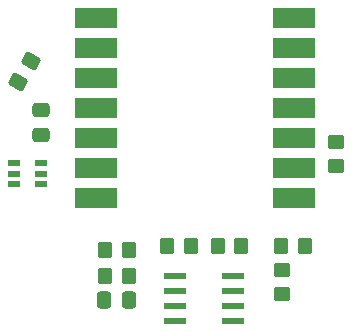
<source format=gbr>
%TF.GenerationSoftware,KiCad,Pcbnew,7.0.9*%
%TF.CreationDate,2024-04-20T20:01:19-07:00*%
%TF.ProjectId,mini_v1,6d696e69-5f76-4312-9e6b-696361645f70,rev?*%
%TF.SameCoordinates,Original*%
%TF.FileFunction,Paste,Bot*%
%TF.FilePolarity,Positive*%
%FSLAX46Y46*%
G04 Gerber Fmt 4.6, Leading zero omitted, Abs format (unit mm)*
G04 Created by KiCad (PCBNEW 7.0.9) date 2024-04-20 20:01:19*
%MOMM*%
%LPD*%
G01*
G04 APERTURE LIST*
G04 Aperture macros list*
%AMRoundRect*
0 Rectangle with rounded corners*
0 $1 Rounding radius*
0 $2 $3 $4 $5 $6 $7 $8 $9 X,Y pos of 4 corners*
0 Add a 4 corners polygon primitive as box body*
4,1,4,$2,$3,$4,$5,$6,$7,$8,$9,$2,$3,0*
0 Add four circle primitives for the rounded corners*
1,1,$1+$1,$2,$3*
1,1,$1+$1,$4,$5*
1,1,$1+$1,$6,$7*
1,1,$1+$1,$8,$9*
0 Add four rect primitives between the rounded corners*
20,1,$1+$1,$2,$3,$4,$5,0*
20,1,$1+$1,$4,$5,$6,$7,0*
20,1,$1+$1,$6,$7,$8,$9,0*
20,1,$1+$1,$8,$9,$2,$3,0*%
G04 Aperture macros list end*
%ADD10RoundRect,0.250000X0.242612X-0.529784X0.580112X0.054784X-0.242612X0.529784X-0.580112X-0.054784X0*%
%ADD11RoundRect,0.250000X-0.350000X-0.450000X0.350000X-0.450000X0.350000X0.450000X-0.350000X0.450000X0*%
%ADD12RoundRect,0.250000X-0.337500X-0.475000X0.337500X-0.475000X0.337500X0.475000X-0.337500X0.475000X0*%
%ADD13RoundRect,0.250000X0.450000X-0.350000X0.450000X0.350000X-0.450000X0.350000X-0.450000X-0.350000X0*%
%ADD14RoundRect,0.250000X0.350000X0.450000X-0.350000X0.450000X-0.350000X-0.450000X0.350000X-0.450000X0*%
%ADD15RoundRect,0.250000X0.475000X-0.337500X0.475000X0.337500X-0.475000X0.337500X-0.475000X-0.337500X0*%
%ADD16R,1.981200X0.558800*%
%ADD17RoundRect,0.250000X-0.450000X0.350000X-0.450000X-0.350000X0.450000X-0.350000X0.450000X0.350000X0*%
%ADD18R,3.556000X1.778000*%
%ADD19R,1.030000X0.620000*%
%ADD20R,1.030000X0.500000*%
G04 APERTURE END LIST*
D10*
%TO.C,R3*%
X85471000Y-40513000D03*
X86508500Y-38715998D03*
%TD*%
D11*
%TO.C,R1*%
X98060000Y-54356000D03*
X100060000Y-54356000D03*
%TD*%
D12*
%TO.C,C3*%
X92769500Y-58928000D03*
X94844500Y-58928000D03*
%TD*%
D13*
%TO.C,Rf2*%
X107823000Y-58404000D03*
X107823000Y-56404000D03*
%TD*%
D14*
%TO.C,Rs1*%
X94837000Y-56881000D03*
X92837000Y-56881000D03*
%TD*%
D15*
%TO.C,C1*%
X87376000Y-42883000D03*
X87376000Y-44958000D03*
%TD*%
D11*
%TO.C,Rf1*%
X92837000Y-54737000D03*
X94837000Y-54737000D03*
%TD*%
D16*
%TO.C,U2*%
X103632000Y-56896000D03*
X103632000Y-58166000D03*
X103632000Y-59436000D03*
X103632000Y-60706000D03*
X98704400Y-60706000D03*
X98704400Y-59436000D03*
X98704400Y-58166000D03*
X98704400Y-56896000D03*
%TD*%
D11*
%TO.C,R2*%
X102362000Y-54356000D03*
X104362000Y-54356000D03*
%TD*%
D17*
%TO.C,Rb1*%
X112395000Y-45593000D03*
X112395000Y-47593000D03*
%TD*%
D18*
%TO.C,U1*%
X108839000Y-35052000D03*
X108839000Y-37592000D03*
X108839000Y-40132000D03*
X108839000Y-42672000D03*
X108839000Y-45212000D03*
X108839000Y-47752000D03*
X108839000Y-50292000D03*
X92075000Y-35052000D03*
X92075000Y-37592000D03*
X92075000Y-40132000D03*
X92075000Y-42672000D03*
X92075000Y-45212000D03*
X92075000Y-47752000D03*
X92075000Y-50292000D03*
%TD*%
D11*
%TO.C,Rg1*%
X107712000Y-54356000D03*
X109712000Y-54356000D03*
%TD*%
D19*
%TO.C,MK1*%
X87359000Y-49140000D03*
D20*
X87359000Y-48260000D03*
D19*
X87359000Y-47380000D03*
X85149000Y-47380000D03*
D20*
X85149000Y-48260000D03*
D19*
X85149000Y-49140000D03*
%TD*%
M02*

</source>
